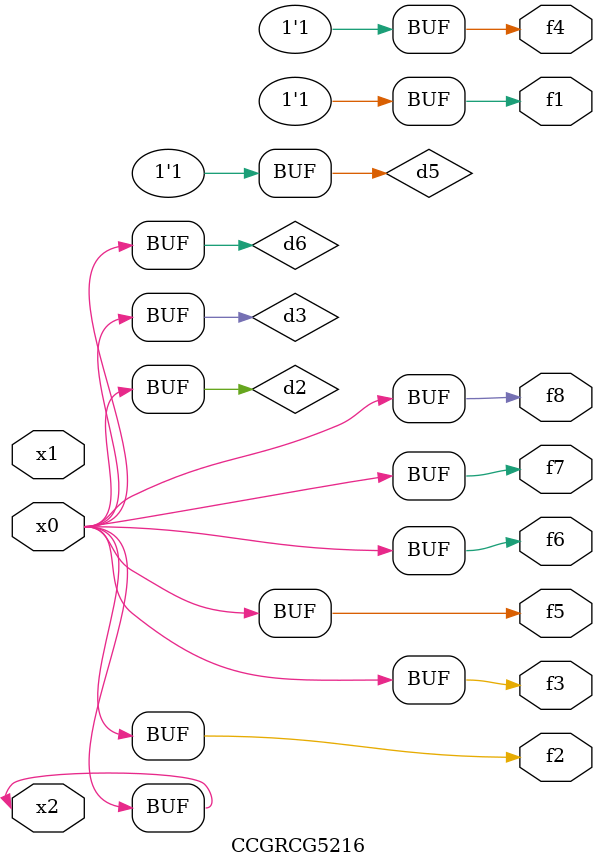
<source format=v>
module CCGRCG5216(
	input x0, x1, x2,
	output f1, f2, f3, f4, f5, f6, f7, f8
);

	wire d1, d2, d3, d4, d5, d6;

	xnor (d1, x2);
	buf (d2, x0, x2);
	and (d3, x0);
	xnor (d4, x1, x2);
	nand (d5, d1, d3);
	buf (d6, d2, d3);
	assign f1 = d5;
	assign f2 = d6;
	assign f3 = d6;
	assign f4 = d5;
	assign f5 = d6;
	assign f6 = d6;
	assign f7 = d6;
	assign f8 = d6;
endmodule

</source>
